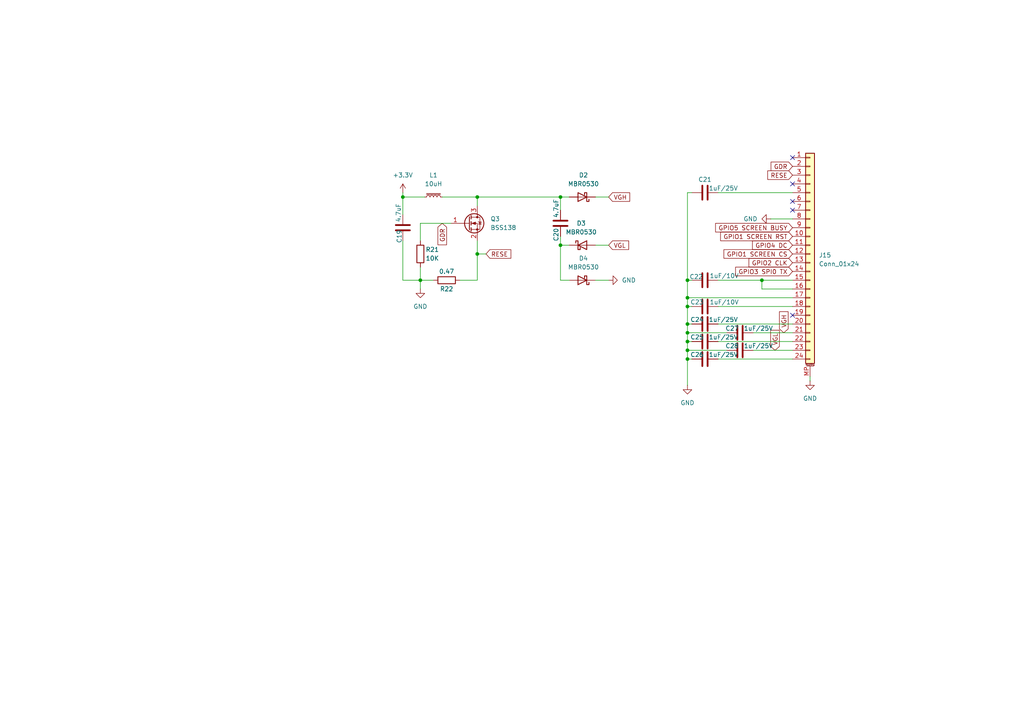
<source format=kicad_sch>
(kicad_sch (version 20250114) (generator "eeschema") (generator_version "9.0")
  (paper "A4")
  (lib_symbols
    (symbol "Connector_Generic_MountingPin:Conn_01x24_MountingPin" (pin_names (offset 1.016) (hide yes))
      (property "Reference" "J" (at 0 30.48 0))
      (property "Value" "Conn_01x24_MountingPin" (at 1.27 -33.02 0))
      (symbol "Conn_01x24_MountingPin_1_1"
        (rectangle (start -1.27 29.21) (end 1.27 -31.75) (stroke (width 0.254)) (fill (type background)))
        (rectangle (start -1.27 28.067) (end 0 27.813) (stroke (width 0.1524)))
        (rectangle (start -1.27 25.527) (end 0 25.273) (stroke (width 0.1524)))
        (rectangle (start -1.27 22.987) (end 0 22.733) (stroke (width 0.1524)))
        (rectangle (start -1.27 20.447) (end 0 20.193) (stroke (width 0.1524)))
        (rectangle (start -1.27 17.907) (end 0 17.653) (stroke (width 0.1524)))
        (rectangle (start -1.27 15.367) (end 0 15.113) (stroke (width 0.1524)))
        (rectangle (start -1.27 12.827) (end 0 12.573) (stroke (width 0.1524)))
        (rectangle (start -1.27 10.287) (end 0 10.033) (stroke (width 0.1524)))
        (rectangle (start -1.27 7.747) (end 0 7.493) (stroke (width 0.1524)))
        (rectangle (start -1.27 5.207) (end 0 4.953) (stroke (width 0.1524)))
        (rectangle (start -1.27 2.667) (end 0 2.413) (stroke (width 0.1524)))
        (rectangle (start -1.27 0.127) (end 0 -0.127) (stroke (width 0.1524)))
        (rectangle (start -1.27 -2.413) (end 0 -2.667) (stroke (width 0.1524)))
        (rectangle (start -1.27 -4.953) (end 0 -5.207) (stroke (width 0.1524)))
        (rectangle (start -1.27 -7.493) (end 0 -7.747) (stroke (width 0.1524)))
        (rectangle (start -1.27 -10.033) (end 0 -10.287) (stroke (width 0.1524)))
        (rectangle (start -1.27 -12.573) (end 0 -12.827) (stroke (width 0.1524)))
        (rectangle (start -1.27 -15.113) (end 0 -15.367) (stroke (width 0.1524)))
        (rectangle (start -1.27 -17.653) (end 0 -17.907) (stroke (width 0.1524)))
        (rectangle (start -1.27 -20.193) (end 0 -20.447) (stroke (width 0.1524)))
        (rectangle (start -1.27 -22.733) (end 0 -22.987) (stroke (width 0.1524)))
        (rectangle (start -1.27 -25.273) (end 0 -25.527) (stroke (width 0.1524)))
        (rectangle (start -1.27 -27.813) (end 0 -28.067) (stroke (width 0.1524)))
        (rectangle (start -1.27 -30.353) (end 0 -30.607) (stroke (width 0.1524)))
        (polyline (pts (xy -1.016 -32.512) (xy 1.016 -32.512)) (stroke (width 0.1524)))
        (text "Mounting" (at 0 -32.131 0) (effects (font (size 0.381 0.381))))
        (pin passive line (at -5.08 27.94 0) (length 3.81) (name "Pin_1") (number "1"))
        (pin passive line (at -5.08 25.4 0) (length 3.81) (name "Pin_2") (number "2"))
        (pin passive line (at -5.08 22.86 0) (length 3.81) (name "Pin_3") (number "3"))
        (pin passive line (at -5.08 20.32 0) (length 3.81) (name "Pin_4") (number "4"))
        (pin passive line (at -5.08 17.78 0) (length 3.81) (name "Pin_5") (number "5"))
        (pin passive line (at -5.08 15.24 0) (length 3.81) (name "Pin_6") (number "6"))
        (pin passive line (at -5.08 12.7 0) (length 3.81) (name "Pin_7") (number "7"))
        (pin passive line (at -5.08 10.16 0) (length 3.81) (name "Pin_8") (number "8"))
        (pin passive line (at -5.08 7.62 0) (length 3.81) (name "Pin_9") (number "9"))
        (pin passive line (at -5.08 5.08 0) (length 3.81) (name "Pin_10") (number "10"))
        (pin passive line (at -5.08 2.54 0) (length 3.81) (name "Pin_11") (number "11"))
        (pin passive line (at -5.08 0 0) (length 3.81) (name "Pin_12") (number "12"))
        (pin passive line (at -5.08 -2.54 0) (length 3.81) (name "Pin_13") (number "13"))
        (pin passive line (at -5.08 -5.08 0) (length 3.81) (name "Pin_14") (number "14"))
        (pin passive line (at -5.08 -7.62 0) (length 3.81) (name "Pin_15") (number "15"))
        (pin passive line (at -5.08 -10.16 0) (length 3.81) (name "Pin_16") (number "16"))
        (pin passive line (at -5.08 -12.7 0) (length 3.81) (name "Pin_17") (number "17"))
        (pin passive line (at -5.08 -15.24 0) (length 3.81) (name "Pin_18") (number "18"))
        (pin passive line (at -5.08 -17.78 0) (length 3.81) (name "Pin_19") (number "19"))
        (pin passive line (at -5.08 -20.32 0) (length 3.81) (name "Pin_20") (number "20"))
        (pin passive line (at -5.08 -22.86 0) (length 3.81) (name "Pin_21") (number "21"))
        (pin passive line (at -5.08 -25.4 0) (length 3.81) (name "Pin_22") (number "22"))
        (pin passive line (at -5.08 -27.94 0) (length 3.81) (name "Pin_23") (number "23"))
        (pin passive line (at -5.08 -30.48 0) (length 3.81) (name "Pin_24") (number "24"))
        (pin passive line (at 0 -35.56 90) (length 3.048) (name "MountPin") (number "MP"))
      )
    )
    (symbol "Device:C" (pin_numbers (hide yes)) (pin_names (offset 0.254))
      (property "Reference" "C" (at 0.635 2.54 0))
      (property "Value" "C" (at 0.635 -2.54 0))
      (symbol "C_0_1"
        (polyline (pts (xy -2.032 0.762) (xy 2.032 0.762)) (stroke (width 0.508)))
        (polyline (pts (xy -2.032 -0.762) (xy 2.032 -0.762)) (stroke (width 0.508)))
      )
      (symbol "C_1_1"
        (pin passive line (at 0 3.81 270) (length 2.794) (name "~") (number "1"))
        (pin passive line (at 0 -3.81 90) (length 2.794) (name "~") (number "2"))
      )
    )
    (symbol "Device:L_Iron_Small" (pin_numbers (hide yes)) (pin_names (offset 0.254) (hide yes))
      (property "Reference" "L" (at 1.27 1.016 0))
      (property "Value" "L_Iron_Small" (at 1.27 -1.27 0))
      (symbol "L_Iron_Small_0_1"
        (arc (start 0 2.032) (mid 0.5058 1.524) (end 0 1.016))
        (arc (start 0 1.016) (mid 0.5058 0.508) (end 0 0))
        (arc (start 0 0) (mid 0.5058 -0.508) (end 0 -1.016))
        (arc (start 0 -1.016) (mid 0.5058 -1.524) (end 0 -2.032))
        (polyline (pts (xy 0.762 2.032) (xy 0.762 -2.032)))
        (polyline (pts (xy 1.016 -2.032) (xy 1.016 2.032)))
      )
      (symbol "L_Iron_Small_1_1"
        (pin passive line (at 0 2.54 270) (length 0.508) (name "~") (number "1"))
        (pin passive line (at 0 -2.54 90) (length 0.508) (name "~") (number "2"))
      )
    )
    (symbol "Device:R" (pin_numbers (hide yes)) (pin_names (offset 0))
      (property "Reference" "R" (at 2.032 0 90))
      (property "Value" "R" (at 0 0 90))
      (symbol "R_0_1"
        (rectangle (start -1.016 -2.54) (end 1.016 2.54) (stroke (width 0.254)))
      )
      (symbol "R_1_1"
        (pin passive line (at 0 3.81 270) (length 1.27) (name "~") (number "1"))
        (pin passive line (at 0 -3.81 90) (length 1.27) (name "~") (number "2"))
      )
    )
    (symbol "Diode:MBR0530" (pin_numbers (hide yes)) (pin_names (offset 1.016) (hide yes))
      (property "Reference" "D" (at 0 2.54 0))
      (property "Value" "MBR0530" (at 0 -2.54 0))
      (symbol "MBR0530_0_1"
        (polyline (pts (xy -1.905 0.635) (xy -1.905 1.27) (xy -1.27 1.27) (xy -1.27 -1.27) (xy -0.635 -1.27) (xy -0.635 -0.635)) (stroke (width 0.254)))
        (polyline (pts (xy 1.27 1.27) (xy 1.27 -1.27) (xy -1.27 0) (xy 1.27 1.27)) (stroke (width 0.254)))
        (polyline (pts (xy 1.27 0) (xy -1.27 0)))
      )
      (symbol "MBR0530_1_1"
        (pin passive line (at -3.81 0 0) (length 2.54) (name "K") (number "1"))
        (pin passive line (at 3.81 0 180) (length 2.54) (name "A") (number "2"))
      )
    )
    (symbol "Transistor_FET:BSS138" (pin_names (hide yes))
      (property "Reference" "Q" (at 5.08 1.905 0))
      (property "Value" "BSS138" (at 5.08 0 0))
      (symbol "BSS138_0_1"
        (polyline (pts (xy 0.254 1.905) (xy 0.254 -1.905)) (stroke (width 0.254)))
        (polyline (pts (xy 0.254 0) (xy -2.54 0)))
        (polyline (pts (xy 0.762 2.286) (xy 0.762 1.27)) (stroke (width 0.254)))
        (polyline (pts (xy 0.762 0.508) (xy 0.762 -0.508)) (stroke (width 0.254)))
        (polyline (pts (xy 0.762 -1.27) (xy 0.762 -2.286)) (stroke (width 0.254)))
        (polyline (pts (xy 0.762 -1.778) (xy 3.302 -1.778) (xy 3.302 1.778) (xy 0.762 1.778)))
        (polyline (pts (xy 1.016 0) (xy 2.032 0.381) (xy 2.032 -0.381) (xy 1.016 0)) (fill (type outline)))
        (circle (center 1.651 0) (radius 2.794) (stroke (width 0.254)))
        (polyline (pts (xy 2.54 2.54) (xy 2.54 1.778)))
        (circle (center 2.54 1.778) (radius 0.254) (fill (type outline)))
        (circle (center 2.54 -1.778) (radius 0.254) (fill (type outline)))
        (polyline (pts (xy 2.54 -2.54) (xy 2.54 0) (xy 0.762 0)))
        (polyline (pts (xy 2.794 0.508) (xy 2.921 0.381) (xy 3.683 0.381) (xy 3.81 0.254)))
        (polyline (pts (xy 3.302 0.381) (xy 2.921 -0.254) (xy 3.683 -0.254) (xy 3.302 0.381)))
      )
      (symbol "BSS138_1_1"
        (pin input line (at -5.08 0 0) (length 2.54) (name "G") (number "1"))
        (pin passive line (at 2.54 5.08 270) (length 2.54) (name "D") (number "3"))
        (pin passive line (at 2.54 -5.08 90) (length 2.54) (name "S") (number "2"))
      )
    )
    (symbol "power:+3.3V" (power) (pin_numbers (hide yes)) (pin_names (offset 0) (hide yes))
      (property "Value" "+3.3V" (at 0 3.556 0))
      (symbol "+3.3V_0_1"
        (polyline (pts (xy -0.762 1.27) (xy 0 2.54)))
        (polyline (pts (xy 0 2.54) (xy 0.762 1.27)))
        (polyline (pts (xy 0 0) (xy 0 2.54)))
      )
      (symbol "+3.3V_1_1"
        (pin power_in line (at 0 0 90) (length 0) (name "~") (number "1"))
      )
    )
    (symbol "power:GND" (power) (pin_numbers (hide yes)) (pin_names (offset 0) (hide yes))
      (property "Value" "GND" (at 0 -3.81 0))
      (symbol "GND_0_1"
        (polyline (pts (xy 0 0) (xy 0 -1.27) (xy 1.27 -1.27) (xy 0 -2.54) (xy -1.27 -1.27) (xy 0 -1.27)))
      )
      (symbol "GND_1_1"
        (pin power_in line (at 0 0 270) (length 0) (name "~") (number "1"))
      )
    )
  )
  (junction (at 220.98 81.28))
  (junction (at 121.92 81.28))
  (junction (at 199.39 86.36))
  (junction (at 138.43 73.66))
  (junction (at 138.43 57.15))
  (junction (at 199.39 101.6))
  (junction (at 199.39 99.06))
  (junction (at 199.39 93.98))
  (junction (at 162.56 57.15))
  (junction (at 162.56 71.12))
  (junction (at 199.39 96.52))
  (junction (at 116.84 57.15))
  (junction (at 199.39 104.14))
  (junction (at 199.39 88.9))
  (junction (at 199.39 81.28))
  (no_connect (at 229.87 91.44))
  (no_connect (at 229.87 60.96))
  (no_connect (at 229.87 58.42))
  (no_connect (at 229.87 45.72))
  (no_connect (at 229.87 53.34))
  (wire (pts (xy 220.98 83.82) (xy 220.98 81.28)))
  (wire (pts (xy 162.56 57.15) (xy 165.1 57.15)))
  (wire (pts (xy 138.43 57.15) (xy 138.43 59.69)))
  (wire (pts (xy 218.44 101.6) (xy 229.87 101.6)))
  (wire (pts (xy 208.28 99.06) (xy 229.87 99.06)))
  (wire (pts (xy 116.84 57.15) (xy 116.84 62.23)))
  (wire (pts (xy 172.72 81.28) (xy 176.53 81.28)))
  (wire (pts (xy 223.52 63.5) (xy 229.87 63.5)))
  (wire (pts (xy 116.84 57.15) (xy 123.19 57.15)))
  (wire (pts (xy 116.84 69.85) (xy 116.84 81.28)))
  (wire (pts (xy 199.39 104.14) (xy 199.39 111.76)))
  (wire (pts (xy 162.56 68.58) (xy 162.56 71.12)))
  (wire (pts (xy 229.87 83.82) (xy 220.98 83.82)))
  (wire (pts (xy 199.39 99.06) (xy 200.66 99.06)))
  (wire (pts (xy 116.84 55.88) (xy 116.84 57.15)))
  (wire (pts (xy 133.35 81.28) (xy 138.43 81.28)))
  (wire (pts (xy 208.28 104.14) (xy 229.87 104.14)))
  (wire (pts (xy 138.43 73.66) (xy 140.97 73.66)))
  (wire (pts (xy 199.39 93.98) (xy 200.66 93.98)))
  (wire (pts (xy 121.92 77.47) (xy 121.92 81.28)))
  (wire (pts (xy 121.92 81.28) (xy 125.73 81.28)))
  (wire (pts (xy 199.39 86.36) (xy 229.87 86.36)))
  (wire (pts (xy 200.66 81.28) (xy 199.39 81.28)))
  (wire (pts (xy 220.98 81.28) (xy 229.87 81.28)))
  (wire (pts (xy 199.39 96.52) (xy 210.82 96.52)))
  (wire (pts (xy 199.39 101.6) (xy 199.39 104.14)))
  (wire (pts (xy 199.39 99.06) (xy 199.39 101.6)))
  (wire (pts (xy 199.39 96.52) (xy 199.39 99.06)))
  (wire (pts (xy 234.95 110.49) (xy 234.95 109.22)))
  (wire (pts (xy 208.28 81.28) (xy 220.98 81.28)))
  (wire (pts (xy 172.72 57.15) (xy 176.53 57.15)))
  (wire (pts (xy 121.92 83.82) (xy 121.92 81.28)))
  (wire (pts (xy 199.39 88.9) (xy 199.39 93.98)))
  (wire (pts (xy 162.56 71.12) (xy 165.1 71.12)))
  (wire (pts (xy 138.43 81.28) (xy 138.43 73.66)))
  (wire (pts (xy 162.56 71.12) (xy 162.56 81.28)))
  (wire (pts (xy 208.28 55.88) (xy 229.87 55.88)))
  (wire (pts (xy 199.39 88.9) (xy 200.66 88.9)))
  (wire (pts (xy 199.39 93.98) (xy 199.39 96.52)))
  (wire (pts (xy 121.92 69.85) (xy 121.92 64.77)))
  (wire (pts (xy 199.39 101.6) (xy 210.82 101.6)))
  (wire (pts (xy 121.92 64.77) (xy 130.81 64.77)))
  (wire (pts (xy 172.72 71.12) (xy 176.53 71.12)))
  (wire (pts (xy 138.43 69.85) (xy 138.43 73.66)))
  (wire (pts (xy 128.27 57.15) (xy 138.43 57.15)))
  (wire (pts (xy 218.44 96.52) (xy 229.87 96.52)))
  (wire (pts (xy 199.39 81.28) (xy 199.39 86.36)))
  (wire (pts (xy 199.39 104.14) (xy 200.66 104.14)))
  (wire (pts (xy 138.43 57.15) (xy 162.56 57.15)))
  (wire (pts (xy 200.66 55.88) (xy 199.39 55.88)))
  (wire (pts (xy 208.28 93.98) (xy 229.87 93.98)))
  (wire (pts (xy 199.39 86.36) (xy 199.39 88.9)))
  (wire (pts (xy 116.84 81.28) (xy 121.92 81.28)))
  (wire (pts (xy 208.28 88.9) (xy 229.87 88.9)))
  (wire (pts (xy 162.56 81.28) (xy 165.1 81.28)))
  (wire (pts (xy 162.56 57.15) (xy 162.56 60.96)))
  (wire (pts (xy 199.39 55.88) (xy 199.39 81.28)))
  (global_label "VGL" (shape input) (at 176.53 71.12 0) (property "Intersheetrefs" "${INTERSHEET_REFS}" (effects (hide yes))))
  (global_label "RESE" (shape input) (at 229.87 50.8 180) (property "Intersheetrefs" "${INTERSHEET_REFS}" (effects (hide yes))))
  (global_label "VGH" (shape input) (at 227.33 96.52 90) (property "Intersheetrefs" "${INTERSHEET_REFS}" (effects (hide yes))))
  (global_label "GDR" (shape input) (at 229.87 48.26 180) (property "Intersheetrefs" "${INTERSHEET_REFS}" (effects (hide yes))))
  (global_label "GPIO4 DC" (shape input) (at 229.87 71.12 180) (property "Intersheetrefs" "${INTERSHEET_REFS}" (effects (hide yes))))
  (global_label "VGH" (shape input) (at 176.53 57.15 0) (property "Intersheetrefs" "${INTERSHEET_REFS}" (effects (hide yes))))
  (global_label "GDR" (shape input) (at 128.27 64.77 270) (property "Intersheetrefs" "${INTERSHEET_REFS}" (effects (hide yes))))
  (global_label "GPIO3 SPI0 TX" (shape input) (at 229.87 78.74 180) (property "Intersheetrefs" "${INTERSHEET_REFS}" (effects (hide yes))))
  (global_label "GPIO2 CLK" (shape input) (at 229.87 76.2 180) (property "Intersheetrefs" "${INTERSHEET_REFS}" (effects (hide yes))))
  (global_label "GPIO5 SCREEN BUSY" (shape input) (at 229.87 66.04 180) (property "Intersheetrefs" "${INTERSHEET_REFS}" (effects (hide yes))))
  (global_label "VGL" (shape input) (at 224.79 101.6 90) (property "Intersheetrefs" "${INTERSHEET_REFS}" (effects (hide yes))))
  (global_label "GPIO1 SCREEN RST" (shape input) (at 229.87 68.58 180) (property "Intersheetrefs" "${INTERSHEET_REFS}" (effects (hide yes))))
  (global_label "RESE" (shape input) (at 140.97 73.66 0) (property "Intersheetrefs" "${INTERSHEET_REFS}" (effects (hide yes))))
  (global_label "GPIO1 SCREEN CS" (shape input) (at 229.87 73.66 180) (property "Intersheetrefs" "${INTERSHEET_REFS}" (effects (hide yes))))
  (symbol (lib_id "Device:C") (at 204.47 81.28 270) (unit 1)
    (property "Reference" "C22" (at 201.93 80.264 90))
    (property "Value" "1uF/10V" (at 210.058 80.01 90))
    (property "Footprint" "Capacitor_SMD:C_0603_1608Metric" (effects (hide yes)))
    (property "Description" "Unpolarized capacitor" (effects (hide yes)))
  )
  (symbol (lib_id "Device:L_Iron_Small") (at 125.73 57.15 90) (unit 1)
    (property "Reference" "L1" (at 125.73 50.8 90))
    (property "Value" "10uH" (at 125.73 53.34 90))
    (property "Footprint" "Inductor_SMD:L_TDK_NLV32_3.2x2.5mm" (effects (hide yes)))
    (property "Description" "Inductor with iron core, small symbol" (effects (hide yes)))
  )
  (symbol (lib_id "power:+3.3V") (at 116.84 55.88 0) (unit 1)
    (property "Reference" "#PWR089" (effects (hide yes)))
    (property "Value" "+3.3V" (at 116.84 50.8 0))
    (property "Description" "Power symbol creates a global label with name \"+3.3V\"" (effects (hide yes)))
  )
  (symbol (lib_id "Device:C") (at 214.63 101.6 270) (unit 1)
    (property "Reference" "C28" (at 212.344 100.33 90))
    (property "Value" "1uF/25V" (at 219.964 100.33 90))
    (property "Footprint" "Capacitor_SMD:C_0603_1608Metric" (effects (hide yes)))
    (property "Description" "Unpolarized capacitor" (effects (hide yes)))
  )
  (symbol (lib_id "Device:C") (at 204.47 88.9 270) (unit 1)
    (property "Reference" "C23" (at 202.184 87.63 90))
    (property "Value" "1uF/10V" (at 210.058 87.63 90))
    (property "Footprint" "Capacitor_SMD:C_0603_1608Metric" (effects (hide yes)))
    (property "Description" "Unpolarized capacitor" (effects (hide yes)))
  )
  (symbol (lib_id "Device:C") (at 214.63 96.52 270) (unit 1)
    (property "Reference" "C27" (at 212.344 95.25 90))
    (property "Value" "1uF/25V" (at 219.964 95.25 90))
    (property "Footprint" "Capacitor_SMD:C_0603_1608Metric" (effects (hide yes)))
    (property "Description" "Unpolarized capacitor" (effects (hide yes)))
  )
  (symbol (lib_id "power:GND") (at 176.53 81.28 90) (unit 1)
    (property "Reference" "#PWR094" (effects (hide yes)))
    (property "Value" "GND" (at 180.34 81.2799 90) (effects (justify right)))
    (property "Description" "Power symbol creates a global label with name \"GND\" , ground" (effects (hide yes)))
  )
  (symbol (lib_id "Diode:MBR0530") (at 168.91 57.15 180) (unit 1)
    (property "Reference" "D2" (at 169.2275 50.8 0))
    (property "Value" "MBR0530" (at 169.2275 53.34 0))
    (property "Footprint" "Diode_SMD:D_SOD-123" (effects (hide yes)))
    (property "Datasheet" "http://www.mccsemi.com/up_pdf/MBR0520~MBR0580(SOD123).pdf" (effects (hide yes)))
    (property "Description" "30V 0.5A Schottky Power Rectifier Diode, SOD-123" (effects (hide yes)))
  )
  (symbol (lib_id "Device:C") (at 204.47 99.06 270) (unit 1)
    (property "Reference" "C25" (at 202.184 97.79 90))
    (property "Value" "1uF/25V" (at 209.804 97.79 90))
    (property "Footprint" "Capacitor_SMD:C_0603_1608Metric" (effects (hide yes)))
    (property "Description" "Unpolarized capacitor" (effects (hide yes)))
  )
  (symbol (lib_id "power:GND") (at 223.52 63.5 270) (unit 1)
    (property "Reference" "#PWR083" (effects (hide yes)))
    (property "Value" "GND" (at 219.71 63.4999 90) (effects (justify right)))
    (property "Description" "Power symbol creates a global label with name \"GND\" , ground" (effects (hide yes)))
  )
  (symbol (lib_id "power:GND") (at 199.39 111.76 0) (unit 1)
    (property "Reference" "#PWR082" (effects (hide yes)))
    (property "Value" "GND" (at 199.39 116.84 0))
    (property "Description" "Power symbol creates a global label with name \"GND\" , ground" (effects (hide yes)))
  )
  (symbol (lib_id "Device:R") (at 121.92 73.66 0) (unit 1)
    (property "Reference" "R21" (at 123.444 72.39 0) (effects (justify left)))
    (property "Value" "10K" (at 123.444 74.93 0) (effects (justify left)))
    (property "Footprint" "Resistor_SMD:R_0603_1608Metric" (effects (hide yes)))
    (property "Description" "Resistor" (effects (hide yes)))
  )
  (symbol (lib_id "Device:C") (at 204.47 93.98 270) (unit 1)
    (property "Reference" "C24" (at 202.184 92.71 90))
    (property "Value" "1uF/25V" (at 209.804 92.71 90))
    (property "Footprint" "Capacitor_SMD:C_0603_1608Metric" (effects (hide yes)))
    (property "Description" "Unpolarized capacitor" (effects (hide yes)))
  )
  (symbol (lib_id "Diode:MBR0530") (at 168.91 81.28 180) (unit 1)
    (property "Reference" "D4" (at 169.2275 74.93 0))
    (property "Value" "MBR0530" (at 169.2275 77.47 0))
    (property "Footprint" "Diode_SMD:D_SOD-123" (effects (hide yes)))
    (property "Datasheet" "http://www.mccsemi.com/up_pdf/MBR0520~MBR0580(SOD123).pdf" (effects (hide yes)))
    (property "Description" "30V 0.5A Schottky Power Rectifier Diode, SOD-123" (effects (hide yes)))
  )
  (symbol (lib_id "Transistor_FET:BSS138") (at 135.89 64.77 0) (unit 1)
    (property "Reference" "Q3" (at 142.24 63.4999 0) (effects (justify left)))
    (property "Value" "BSS138" (at 142.24 66.0399 0) (effects (justify left)))
    (property "Footprint" "Package_TO_SOT_SMD:SOT-23-3" (effects (hide yes)))
    (property "Datasheet" "https://www.onsemi.com/pub/Collateral/BSS138-D.PDF" (effects (hide yes)))
    (property "Description" "50V Vds, 0.22A Id, N-Channel MOSFET, SOT-23" (effects (hide yes)))
  )
  (symbol (lib_id "Device:R") (at 129.54 81.28 90) (unit 1)
    (property "Reference" "R22" (at 129.54 83.82 90))
    (property "Value" "0.47" (at 129.54 78.74 90))
    (property "Footprint" "Resistor_SMD:R_0603_1608Metric" (effects (hide yes)))
    (property "Description" "Resistor" (effects (hide yes)))
  )
  (symbol (lib_id "Diode:MBR0530") (at 168.91 71.12 0) (unit 1)
    (property "Reference" "D3" (at 168.5925 64.77 0))
    (property "Value" "MBR0530" (at 168.5925 67.31 0))
    (property "Footprint" "Diode_SMD:D_SOD-123" (effects (hide yes)))
    (property "Datasheet" "http://www.mccsemi.com/up_pdf/MBR0520~MBR0580(SOD123).pdf" (effects (hide yes)))
    (property "Description" "30V 0.5A Schottky Power Rectifier Diode, SOD-123" (effects (hide yes)))
  )
  (symbol (lib_id "Device:C") (at 204.47 55.88 270) (unit 1)
    (property "Reference" "C21" (at 204.47 52.07 90))
    (property "Value" "1uF/25V" (at 209.804 54.61 90))
    (property "Footprint" "Capacitor_SMD:C_0603_1608Metric" (effects (hide yes)))
    (property "Description" "Unpolarized capacitor" (effects (hide yes)))
  )
  (symbol (lib_id "Device:C") (at 162.56 64.77 0) (unit 1)
    (property "Reference" "C20" (at 161.29 68.072 90))
    (property "Value" "4.7uF" (at 161.29 60.452 90))
    (property "Footprint" "Capacitor_SMD:C_0603_1608Metric" (effects (hide yes)))
    (property "Description" "Unpolarized capacitor" (effects (hide yes)))
  )
  (symbol (lib_id "power:GND") (at 121.92 83.82 0) (unit 1)
    (property "Reference" "#PWR090" (effects (hide yes)))
    (property "Value" "GND" (at 121.92 88.9 0))
    (property "Description" "Power symbol creates a global label with name \"GND\" , ground" (effects (hide yes)))
  )
  (symbol (lib_id "Device:C") (at 204.47 104.14 270) (unit 1)
    (property "Reference" "C26" (at 202.184 102.87 90))
    (property "Value" "1uF/25V" (at 209.804 102.87 90))
    (property "Footprint" "Capacitor_SMD:C_0603_1608Metric" (effects (hide yes)))
    (property "Description" "Unpolarized capacitor" (effects (hide yes)))
  )
  (symbol (lib_id "Device:C") (at 116.84 66.04 0) (unit 1)
    (property "Reference" "C19" (at 115.824 68.58 90))
    (property "Value" "4.7uF" (at 115.57 61.722 90))
    (property "Footprint" "Capacitor_SMD:C_0603_1608Metric" (effects (hide yes)))
    (property "Description" "Unpolarized capacitor" (effects (hide yes)))
  )
  (symbol (lib_id "Connector_Generic_MountingPin:Conn_01x24_MountingPin") (at 234.95 73.66 0) (unit 1)
    (property "Reference" "J15" (at 237.49 74.0155 0) (effects (justify left)))
    (property "Value" "Conn_01x24" (at 237.49 76.5555 0) (effects (justify left)))
    (property "Footprint" "Connector_FFC-FPC:Hirose_FH12-24S-0.5SH_1x24-1MP_P0.50mm_Horizontal" (effects (hide yes)))
    (property "Description" "Generic connectable mounting pin connector, single row, 01x24, script generated (kicad-library-utils/schlib/autogen/connector/)" (effects (hide yes)))
  )
  (symbol (lib_id "power:GND") (at 234.95 110.49 0) (unit 1)
    (property "Reference" "#PWR095" (effects (hide yes)))
    (property "Value" "GND" (at 234.95 115.57 0))
    (property "Description" "Power symbol creates a global label with name \"GND\" , ground" (effects (hide yes)))
  )
)
</source>
